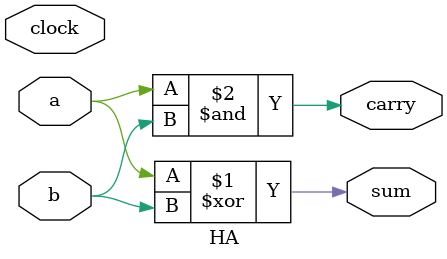
<source format=v>
module HA(a,b,sum,carry,clock);
input a,b,clock;
output  wire sum,carry;
assign sum=a^b;
assign carry=a&b;
endmodule

</source>
